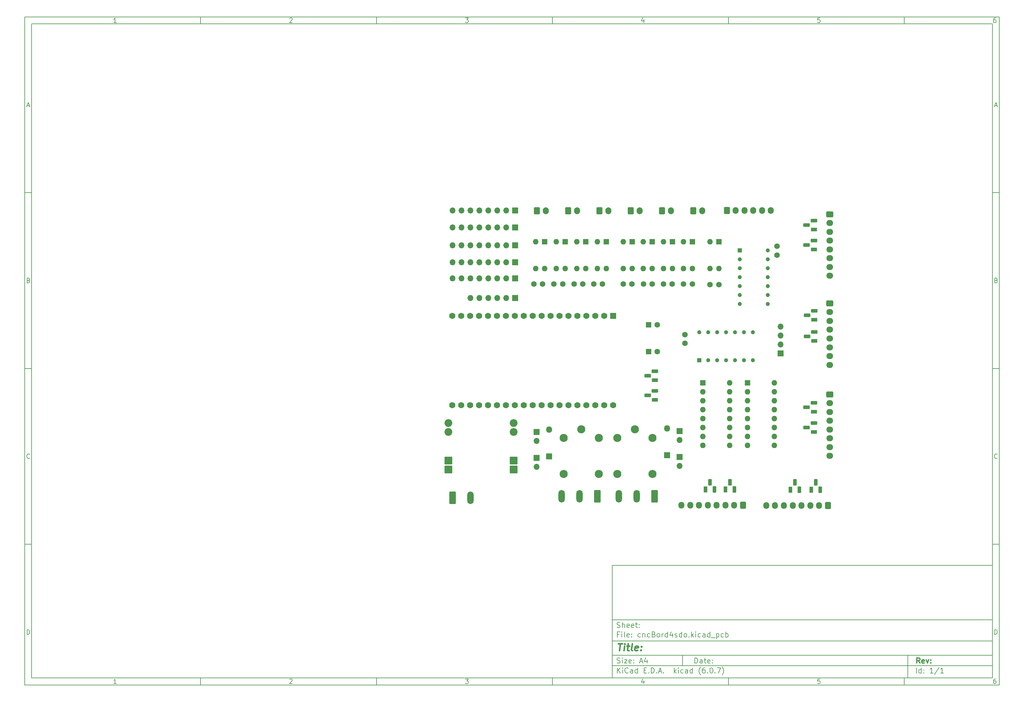
<source format=gbs>
G04 #@! TF.GenerationSoftware,KiCad,Pcbnew,(6.0.7)*
G04 #@! TF.CreationDate,2022-11-13T23:24:52+01:00*
G04 #@! TF.ProjectId,cncBord4sdo,636e6342-6f72-4643-9473-646f2e6b6963,rev?*
G04 #@! TF.SameCoordinates,Original*
G04 #@! TF.FileFunction,Soldermask,Bot*
G04 #@! TF.FilePolarity,Negative*
%FSLAX46Y46*%
G04 Gerber Fmt 4.6, Leading zero omitted, Abs format (unit mm)*
G04 Created by KiCad (PCBNEW (6.0.7)) date 2022-11-13 23:24:52*
%MOMM*%
%LPD*%
G01*
G04 APERTURE LIST*
G04 Aperture macros list*
%AMRoundRect*
0 Rectangle with rounded corners*
0 $1 Rounding radius*
0 $2 $3 $4 $5 $6 $7 $8 $9 X,Y pos of 4 corners*
0 Add a 4 corners polygon primitive as box body*
4,1,4,$2,$3,$4,$5,$6,$7,$8,$9,$2,$3,0*
0 Add four circle primitives for the rounded corners*
1,1,$1+$1,$2,$3*
1,1,$1+$1,$4,$5*
1,1,$1+$1,$6,$7*
1,1,$1+$1,$8,$9*
0 Add four rect primitives between the rounded corners*
20,1,$1+$1,$2,$3,$4,$5,0*
20,1,$1+$1,$4,$5,$6,$7,0*
20,1,$1+$1,$6,$7,$8,$9,0*
20,1,$1+$1,$8,$9,$2,$3,0*%
G04 Aperture macros list end*
%ADD10C,0.100000*%
%ADD11C,0.150000*%
%ADD12C,0.300000*%
%ADD13C,0.400000*%
%ADD14RoundRect,0.101600X-1.000000X-1.000000X1.000000X-1.000000X1.000000X1.000000X-1.000000X1.000000X0*%
%ADD15C,2.203200*%
%ADD16R,1.600000X1.600000*%
%ADD17C,1.600000*%
%ADD18R,1.800000X1.800000*%
%ADD19O,1.800000X1.800000*%
%ADD20RoundRect,0.250000X0.600000X0.725000X-0.600000X0.725000X-0.600000X-0.725000X0.600000X-0.725000X0*%
%ADD21O,1.700000X1.950000*%
%ADD22RoundRect,0.250000X-0.725000X0.600000X-0.725000X-0.600000X0.725000X-0.600000X0.725000X0.600000X0*%
%ADD23O,1.950000X1.700000*%
%ADD24R,1.700000X1.700000*%
%ADD25O,1.700000X1.700000*%
%ADD26RoundRect,0.250000X-0.650000X-1.550000X0.650000X-1.550000X0.650000X1.550000X-0.650000X1.550000X0*%
%ADD27O,1.800000X3.600000*%
%ADD28C,2.303200*%
%ADD29RoundRect,0.250000X0.650000X1.550000X-0.650000X1.550000X-0.650000X-1.550000X0.650000X-1.550000X0*%
%ADD30RoundRect,0.101600X-0.780000X0.780000X-0.780000X-0.780000X0.780000X-0.780000X0.780000X0.780000X0*%
%ADD31C,1.763200*%
%ADD32R,1.800000X1.100000*%
%ADD33RoundRect,0.275000X0.625000X-0.275000X0.625000X0.275000X-0.625000X0.275000X-0.625000X-0.275000X0*%
%ADD34O,1.600000X1.600000*%
%ADD35R,1.100000X1.800000*%
%ADD36RoundRect,0.275000X-0.275000X-0.625000X0.275000X-0.625000X0.275000X0.625000X-0.275000X0.625000X0*%
%ADD37R,1.170000X1.170000*%
%ADD38C,1.170000*%
%ADD39RoundRect,0.250000X-0.600000X-0.750000X0.600000X-0.750000X0.600000X0.750000X-0.600000X0.750000X0*%
%ADD40O,1.700000X2.000000*%
%ADD41RoundRect,0.250000X-0.600000X-0.725000X0.600000X-0.725000X0.600000X0.725000X-0.600000X0.725000X0*%
G04 APERTURE END LIST*
D10*
D11*
X177002200Y-166007200D02*
X177002200Y-198007200D01*
X285002200Y-198007200D01*
X285002200Y-166007200D01*
X177002200Y-166007200D01*
D10*
D11*
X10000000Y-10000000D02*
X10000000Y-200007200D01*
X287002200Y-200007200D01*
X287002200Y-10000000D01*
X10000000Y-10000000D01*
D10*
D11*
X12000000Y-12000000D02*
X12000000Y-198007200D01*
X285002200Y-198007200D01*
X285002200Y-12000000D01*
X12000000Y-12000000D01*
D10*
D11*
X60000000Y-12000000D02*
X60000000Y-10000000D01*
D10*
D11*
X110000000Y-12000000D02*
X110000000Y-10000000D01*
D10*
D11*
X160000000Y-12000000D02*
X160000000Y-10000000D01*
D10*
D11*
X210000000Y-12000000D02*
X210000000Y-10000000D01*
D10*
D11*
X260000000Y-12000000D02*
X260000000Y-10000000D01*
D10*
D11*
X36065476Y-11588095D02*
X35322619Y-11588095D01*
X35694047Y-11588095D02*
X35694047Y-10288095D01*
X35570238Y-10473809D01*
X35446428Y-10597619D01*
X35322619Y-10659523D01*
D10*
D11*
X85322619Y-10411904D02*
X85384523Y-10350000D01*
X85508333Y-10288095D01*
X85817857Y-10288095D01*
X85941666Y-10350000D01*
X86003571Y-10411904D01*
X86065476Y-10535714D01*
X86065476Y-10659523D01*
X86003571Y-10845238D01*
X85260714Y-11588095D01*
X86065476Y-11588095D01*
D10*
D11*
X135260714Y-10288095D02*
X136065476Y-10288095D01*
X135632142Y-10783333D01*
X135817857Y-10783333D01*
X135941666Y-10845238D01*
X136003571Y-10907142D01*
X136065476Y-11030952D01*
X136065476Y-11340476D01*
X136003571Y-11464285D01*
X135941666Y-11526190D01*
X135817857Y-11588095D01*
X135446428Y-11588095D01*
X135322619Y-11526190D01*
X135260714Y-11464285D01*
D10*
D11*
X185941666Y-10721428D02*
X185941666Y-11588095D01*
X185632142Y-10226190D02*
X185322619Y-11154761D01*
X186127380Y-11154761D01*
D10*
D11*
X236003571Y-10288095D02*
X235384523Y-10288095D01*
X235322619Y-10907142D01*
X235384523Y-10845238D01*
X235508333Y-10783333D01*
X235817857Y-10783333D01*
X235941666Y-10845238D01*
X236003571Y-10907142D01*
X236065476Y-11030952D01*
X236065476Y-11340476D01*
X236003571Y-11464285D01*
X235941666Y-11526190D01*
X235817857Y-11588095D01*
X235508333Y-11588095D01*
X235384523Y-11526190D01*
X235322619Y-11464285D01*
D10*
D11*
X285941666Y-10288095D02*
X285694047Y-10288095D01*
X285570238Y-10350000D01*
X285508333Y-10411904D01*
X285384523Y-10597619D01*
X285322619Y-10845238D01*
X285322619Y-11340476D01*
X285384523Y-11464285D01*
X285446428Y-11526190D01*
X285570238Y-11588095D01*
X285817857Y-11588095D01*
X285941666Y-11526190D01*
X286003571Y-11464285D01*
X286065476Y-11340476D01*
X286065476Y-11030952D01*
X286003571Y-10907142D01*
X285941666Y-10845238D01*
X285817857Y-10783333D01*
X285570238Y-10783333D01*
X285446428Y-10845238D01*
X285384523Y-10907142D01*
X285322619Y-11030952D01*
D10*
D11*
X60000000Y-198007200D02*
X60000000Y-200007200D01*
D10*
D11*
X110000000Y-198007200D02*
X110000000Y-200007200D01*
D10*
D11*
X160000000Y-198007200D02*
X160000000Y-200007200D01*
D10*
D11*
X210000000Y-198007200D02*
X210000000Y-200007200D01*
D10*
D11*
X260000000Y-198007200D02*
X260000000Y-200007200D01*
D10*
D11*
X36065476Y-199595295D02*
X35322619Y-199595295D01*
X35694047Y-199595295D02*
X35694047Y-198295295D01*
X35570238Y-198481009D01*
X35446428Y-198604819D01*
X35322619Y-198666723D01*
D10*
D11*
X85322619Y-198419104D02*
X85384523Y-198357200D01*
X85508333Y-198295295D01*
X85817857Y-198295295D01*
X85941666Y-198357200D01*
X86003571Y-198419104D01*
X86065476Y-198542914D01*
X86065476Y-198666723D01*
X86003571Y-198852438D01*
X85260714Y-199595295D01*
X86065476Y-199595295D01*
D10*
D11*
X135260714Y-198295295D02*
X136065476Y-198295295D01*
X135632142Y-198790533D01*
X135817857Y-198790533D01*
X135941666Y-198852438D01*
X136003571Y-198914342D01*
X136065476Y-199038152D01*
X136065476Y-199347676D01*
X136003571Y-199471485D01*
X135941666Y-199533390D01*
X135817857Y-199595295D01*
X135446428Y-199595295D01*
X135322619Y-199533390D01*
X135260714Y-199471485D01*
D10*
D11*
X185941666Y-198728628D02*
X185941666Y-199595295D01*
X185632142Y-198233390D02*
X185322619Y-199161961D01*
X186127380Y-199161961D01*
D10*
D11*
X236003571Y-198295295D02*
X235384523Y-198295295D01*
X235322619Y-198914342D01*
X235384523Y-198852438D01*
X235508333Y-198790533D01*
X235817857Y-198790533D01*
X235941666Y-198852438D01*
X236003571Y-198914342D01*
X236065476Y-199038152D01*
X236065476Y-199347676D01*
X236003571Y-199471485D01*
X235941666Y-199533390D01*
X235817857Y-199595295D01*
X235508333Y-199595295D01*
X235384523Y-199533390D01*
X235322619Y-199471485D01*
D10*
D11*
X285941666Y-198295295D02*
X285694047Y-198295295D01*
X285570238Y-198357200D01*
X285508333Y-198419104D01*
X285384523Y-198604819D01*
X285322619Y-198852438D01*
X285322619Y-199347676D01*
X285384523Y-199471485D01*
X285446428Y-199533390D01*
X285570238Y-199595295D01*
X285817857Y-199595295D01*
X285941666Y-199533390D01*
X286003571Y-199471485D01*
X286065476Y-199347676D01*
X286065476Y-199038152D01*
X286003571Y-198914342D01*
X285941666Y-198852438D01*
X285817857Y-198790533D01*
X285570238Y-198790533D01*
X285446428Y-198852438D01*
X285384523Y-198914342D01*
X285322619Y-199038152D01*
D10*
D11*
X10000000Y-60000000D02*
X12000000Y-60000000D01*
D10*
D11*
X10000000Y-110000000D02*
X12000000Y-110000000D01*
D10*
D11*
X10000000Y-160000000D02*
X12000000Y-160000000D01*
D10*
D11*
X10690476Y-35216666D02*
X11309523Y-35216666D01*
X10566666Y-35588095D02*
X11000000Y-34288095D01*
X11433333Y-35588095D01*
D10*
D11*
X11092857Y-84907142D02*
X11278571Y-84969047D01*
X11340476Y-85030952D01*
X11402380Y-85154761D01*
X11402380Y-85340476D01*
X11340476Y-85464285D01*
X11278571Y-85526190D01*
X11154761Y-85588095D01*
X10659523Y-85588095D01*
X10659523Y-84288095D01*
X11092857Y-84288095D01*
X11216666Y-84350000D01*
X11278571Y-84411904D01*
X11340476Y-84535714D01*
X11340476Y-84659523D01*
X11278571Y-84783333D01*
X11216666Y-84845238D01*
X11092857Y-84907142D01*
X10659523Y-84907142D01*
D10*
D11*
X11402380Y-135464285D02*
X11340476Y-135526190D01*
X11154761Y-135588095D01*
X11030952Y-135588095D01*
X10845238Y-135526190D01*
X10721428Y-135402380D01*
X10659523Y-135278571D01*
X10597619Y-135030952D01*
X10597619Y-134845238D01*
X10659523Y-134597619D01*
X10721428Y-134473809D01*
X10845238Y-134350000D01*
X11030952Y-134288095D01*
X11154761Y-134288095D01*
X11340476Y-134350000D01*
X11402380Y-134411904D01*
D10*
D11*
X10659523Y-185588095D02*
X10659523Y-184288095D01*
X10969047Y-184288095D01*
X11154761Y-184350000D01*
X11278571Y-184473809D01*
X11340476Y-184597619D01*
X11402380Y-184845238D01*
X11402380Y-185030952D01*
X11340476Y-185278571D01*
X11278571Y-185402380D01*
X11154761Y-185526190D01*
X10969047Y-185588095D01*
X10659523Y-185588095D01*
D10*
D11*
X287002200Y-60000000D02*
X285002200Y-60000000D01*
D10*
D11*
X287002200Y-110000000D02*
X285002200Y-110000000D01*
D10*
D11*
X287002200Y-160000000D02*
X285002200Y-160000000D01*
D10*
D11*
X285692676Y-35216666D02*
X286311723Y-35216666D01*
X285568866Y-35588095D02*
X286002200Y-34288095D01*
X286435533Y-35588095D01*
D10*
D11*
X286095057Y-84907142D02*
X286280771Y-84969047D01*
X286342676Y-85030952D01*
X286404580Y-85154761D01*
X286404580Y-85340476D01*
X286342676Y-85464285D01*
X286280771Y-85526190D01*
X286156961Y-85588095D01*
X285661723Y-85588095D01*
X285661723Y-84288095D01*
X286095057Y-84288095D01*
X286218866Y-84350000D01*
X286280771Y-84411904D01*
X286342676Y-84535714D01*
X286342676Y-84659523D01*
X286280771Y-84783333D01*
X286218866Y-84845238D01*
X286095057Y-84907142D01*
X285661723Y-84907142D01*
D10*
D11*
X286404580Y-135464285D02*
X286342676Y-135526190D01*
X286156961Y-135588095D01*
X286033152Y-135588095D01*
X285847438Y-135526190D01*
X285723628Y-135402380D01*
X285661723Y-135278571D01*
X285599819Y-135030952D01*
X285599819Y-134845238D01*
X285661723Y-134597619D01*
X285723628Y-134473809D01*
X285847438Y-134350000D01*
X286033152Y-134288095D01*
X286156961Y-134288095D01*
X286342676Y-134350000D01*
X286404580Y-134411904D01*
D10*
D11*
X285661723Y-185588095D02*
X285661723Y-184288095D01*
X285971247Y-184288095D01*
X286156961Y-184350000D01*
X286280771Y-184473809D01*
X286342676Y-184597619D01*
X286404580Y-184845238D01*
X286404580Y-185030952D01*
X286342676Y-185278571D01*
X286280771Y-185402380D01*
X286156961Y-185526190D01*
X285971247Y-185588095D01*
X285661723Y-185588095D01*
D10*
D11*
X200434342Y-193785771D02*
X200434342Y-192285771D01*
X200791485Y-192285771D01*
X201005771Y-192357200D01*
X201148628Y-192500057D01*
X201220057Y-192642914D01*
X201291485Y-192928628D01*
X201291485Y-193142914D01*
X201220057Y-193428628D01*
X201148628Y-193571485D01*
X201005771Y-193714342D01*
X200791485Y-193785771D01*
X200434342Y-193785771D01*
X202577200Y-193785771D02*
X202577200Y-193000057D01*
X202505771Y-192857200D01*
X202362914Y-192785771D01*
X202077200Y-192785771D01*
X201934342Y-192857200D01*
X202577200Y-193714342D02*
X202434342Y-193785771D01*
X202077200Y-193785771D01*
X201934342Y-193714342D01*
X201862914Y-193571485D01*
X201862914Y-193428628D01*
X201934342Y-193285771D01*
X202077200Y-193214342D01*
X202434342Y-193214342D01*
X202577200Y-193142914D01*
X203077200Y-192785771D02*
X203648628Y-192785771D01*
X203291485Y-192285771D02*
X203291485Y-193571485D01*
X203362914Y-193714342D01*
X203505771Y-193785771D01*
X203648628Y-193785771D01*
X204720057Y-193714342D02*
X204577200Y-193785771D01*
X204291485Y-193785771D01*
X204148628Y-193714342D01*
X204077200Y-193571485D01*
X204077200Y-193000057D01*
X204148628Y-192857200D01*
X204291485Y-192785771D01*
X204577200Y-192785771D01*
X204720057Y-192857200D01*
X204791485Y-193000057D01*
X204791485Y-193142914D01*
X204077200Y-193285771D01*
X205434342Y-193642914D02*
X205505771Y-193714342D01*
X205434342Y-193785771D01*
X205362914Y-193714342D01*
X205434342Y-193642914D01*
X205434342Y-193785771D01*
X205434342Y-192857200D02*
X205505771Y-192928628D01*
X205434342Y-193000057D01*
X205362914Y-192928628D01*
X205434342Y-192857200D01*
X205434342Y-193000057D01*
D10*
D11*
X177002200Y-194507200D02*
X285002200Y-194507200D01*
D10*
D11*
X178434342Y-196585771D02*
X178434342Y-195085771D01*
X179291485Y-196585771D02*
X178648628Y-195728628D01*
X179291485Y-195085771D02*
X178434342Y-195942914D01*
X179934342Y-196585771D02*
X179934342Y-195585771D01*
X179934342Y-195085771D02*
X179862914Y-195157200D01*
X179934342Y-195228628D01*
X180005771Y-195157200D01*
X179934342Y-195085771D01*
X179934342Y-195228628D01*
X181505771Y-196442914D02*
X181434342Y-196514342D01*
X181220057Y-196585771D01*
X181077200Y-196585771D01*
X180862914Y-196514342D01*
X180720057Y-196371485D01*
X180648628Y-196228628D01*
X180577200Y-195942914D01*
X180577200Y-195728628D01*
X180648628Y-195442914D01*
X180720057Y-195300057D01*
X180862914Y-195157200D01*
X181077200Y-195085771D01*
X181220057Y-195085771D01*
X181434342Y-195157200D01*
X181505771Y-195228628D01*
X182791485Y-196585771D02*
X182791485Y-195800057D01*
X182720057Y-195657200D01*
X182577200Y-195585771D01*
X182291485Y-195585771D01*
X182148628Y-195657200D01*
X182791485Y-196514342D02*
X182648628Y-196585771D01*
X182291485Y-196585771D01*
X182148628Y-196514342D01*
X182077200Y-196371485D01*
X182077200Y-196228628D01*
X182148628Y-196085771D01*
X182291485Y-196014342D01*
X182648628Y-196014342D01*
X182791485Y-195942914D01*
X184148628Y-196585771D02*
X184148628Y-195085771D01*
X184148628Y-196514342D02*
X184005771Y-196585771D01*
X183720057Y-196585771D01*
X183577200Y-196514342D01*
X183505771Y-196442914D01*
X183434342Y-196300057D01*
X183434342Y-195871485D01*
X183505771Y-195728628D01*
X183577200Y-195657200D01*
X183720057Y-195585771D01*
X184005771Y-195585771D01*
X184148628Y-195657200D01*
X186005771Y-195800057D02*
X186505771Y-195800057D01*
X186720057Y-196585771D02*
X186005771Y-196585771D01*
X186005771Y-195085771D01*
X186720057Y-195085771D01*
X187362914Y-196442914D02*
X187434342Y-196514342D01*
X187362914Y-196585771D01*
X187291485Y-196514342D01*
X187362914Y-196442914D01*
X187362914Y-196585771D01*
X188077200Y-196585771D02*
X188077200Y-195085771D01*
X188434342Y-195085771D01*
X188648628Y-195157200D01*
X188791485Y-195300057D01*
X188862914Y-195442914D01*
X188934342Y-195728628D01*
X188934342Y-195942914D01*
X188862914Y-196228628D01*
X188791485Y-196371485D01*
X188648628Y-196514342D01*
X188434342Y-196585771D01*
X188077200Y-196585771D01*
X189577200Y-196442914D02*
X189648628Y-196514342D01*
X189577200Y-196585771D01*
X189505771Y-196514342D01*
X189577200Y-196442914D01*
X189577200Y-196585771D01*
X190220057Y-196157200D02*
X190934342Y-196157200D01*
X190077200Y-196585771D02*
X190577200Y-195085771D01*
X191077200Y-196585771D01*
X191577200Y-196442914D02*
X191648628Y-196514342D01*
X191577200Y-196585771D01*
X191505771Y-196514342D01*
X191577200Y-196442914D01*
X191577200Y-196585771D01*
X194577200Y-196585771D02*
X194577200Y-195085771D01*
X194720057Y-196014342D02*
X195148628Y-196585771D01*
X195148628Y-195585771D02*
X194577200Y-196157200D01*
X195791485Y-196585771D02*
X195791485Y-195585771D01*
X195791485Y-195085771D02*
X195720057Y-195157200D01*
X195791485Y-195228628D01*
X195862914Y-195157200D01*
X195791485Y-195085771D01*
X195791485Y-195228628D01*
X197148628Y-196514342D02*
X197005771Y-196585771D01*
X196720057Y-196585771D01*
X196577200Y-196514342D01*
X196505771Y-196442914D01*
X196434342Y-196300057D01*
X196434342Y-195871485D01*
X196505771Y-195728628D01*
X196577200Y-195657200D01*
X196720057Y-195585771D01*
X197005771Y-195585771D01*
X197148628Y-195657200D01*
X198434342Y-196585771D02*
X198434342Y-195800057D01*
X198362914Y-195657200D01*
X198220057Y-195585771D01*
X197934342Y-195585771D01*
X197791485Y-195657200D01*
X198434342Y-196514342D02*
X198291485Y-196585771D01*
X197934342Y-196585771D01*
X197791485Y-196514342D01*
X197720057Y-196371485D01*
X197720057Y-196228628D01*
X197791485Y-196085771D01*
X197934342Y-196014342D01*
X198291485Y-196014342D01*
X198434342Y-195942914D01*
X199791485Y-196585771D02*
X199791485Y-195085771D01*
X199791485Y-196514342D02*
X199648628Y-196585771D01*
X199362914Y-196585771D01*
X199220057Y-196514342D01*
X199148628Y-196442914D01*
X199077200Y-196300057D01*
X199077200Y-195871485D01*
X199148628Y-195728628D01*
X199220057Y-195657200D01*
X199362914Y-195585771D01*
X199648628Y-195585771D01*
X199791485Y-195657200D01*
X202077200Y-197157200D02*
X202005771Y-197085771D01*
X201862914Y-196871485D01*
X201791485Y-196728628D01*
X201720057Y-196514342D01*
X201648628Y-196157200D01*
X201648628Y-195871485D01*
X201720057Y-195514342D01*
X201791485Y-195300057D01*
X201862914Y-195157200D01*
X202005771Y-194942914D01*
X202077200Y-194871485D01*
X203291485Y-195085771D02*
X203005771Y-195085771D01*
X202862914Y-195157200D01*
X202791485Y-195228628D01*
X202648628Y-195442914D01*
X202577200Y-195728628D01*
X202577200Y-196300057D01*
X202648628Y-196442914D01*
X202720057Y-196514342D01*
X202862914Y-196585771D01*
X203148628Y-196585771D01*
X203291485Y-196514342D01*
X203362914Y-196442914D01*
X203434342Y-196300057D01*
X203434342Y-195942914D01*
X203362914Y-195800057D01*
X203291485Y-195728628D01*
X203148628Y-195657200D01*
X202862914Y-195657200D01*
X202720057Y-195728628D01*
X202648628Y-195800057D01*
X202577200Y-195942914D01*
X204077200Y-196442914D02*
X204148628Y-196514342D01*
X204077200Y-196585771D01*
X204005771Y-196514342D01*
X204077200Y-196442914D01*
X204077200Y-196585771D01*
X205077200Y-195085771D02*
X205220057Y-195085771D01*
X205362914Y-195157200D01*
X205434342Y-195228628D01*
X205505771Y-195371485D01*
X205577200Y-195657200D01*
X205577200Y-196014342D01*
X205505771Y-196300057D01*
X205434342Y-196442914D01*
X205362914Y-196514342D01*
X205220057Y-196585771D01*
X205077200Y-196585771D01*
X204934342Y-196514342D01*
X204862914Y-196442914D01*
X204791485Y-196300057D01*
X204720057Y-196014342D01*
X204720057Y-195657200D01*
X204791485Y-195371485D01*
X204862914Y-195228628D01*
X204934342Y-195157200D01*
X205077200Y-195085771D01*
X206220057Y-196442914D02*
X206291485Y-196514342D01*
X206220057Y-196585771D01*
X206148628Y-196514342D01*
X206220057Y-196442914D01*
X206220057Y-196585771D01*
X206791485Y-195085771D02*
X207791485Y-195085771D01*
X207148628Y-196585771D01*
X208220057Y-197157200D02*
X208291485Y-197085771D01*
X208434342Y-196871485D01*
X208505771Y-196728628D01*
X208577200Y-196514342D01*
X208648628Y-196157200D01*
X208648628Y-195871485D01*
X208577200Y-195514342D01*
X208505771Y-195300057D01*
X208434342Y-195157200D01*
X208291485Y-194942914D01*
X208220057Y-194871485D01*
D10*
D11*
X177002200Y-191507200D02*
X285002200Y-191507200D01*
D10*
D12*
X264411485Y-193785771D02*
X263911485Y-193071485D01*
X263554342Y-193785771D02*
X263554342Y-192285771D01*
X264125771Y-192285771D01*
X264268628Y-192357200D01*
X264340057Y-192428628D01*
X264411485Y-192571485D01*
X264411485Y-192785771D01*
X264340057Y-192928628D01*
X264268628Y-193000057D01*
X264125771Y-193071485D01*
X263554342Y-193071485D01*
X265625771Y-193714342D02*
X265482914Y-193785771D01*
X265197200Y-193785771D01*
X265054342Y-193714342D01*
X264982914Y-193571485D01*
X264982914Y-193000057D01*
X265054342Y-192857200D01*
X265197200Y-192785771D01*
X265482914Y-192785771D01*
X265625771Y-192857200D01*
X265697200Y-193000057D01*
X265697200Y-193142914D01*
X264982914Y-193285771D01*
X266197200Y-192785771D02*
X266554342Y-193785771D01*
X266911485Y-192785771D01*
X267482914Y-193642914D02*
X267554342Y-193714342D01*
X267482914Y-193785771D01*
X267411485Y-193714342D01*
X267482914Y-193642914D01*
X267482914Y-193785771D01*
X267482914Y-192857200D02*
X267554342Y-192928628D01*
X267482914Y-193000057D01*
X267411485Y-192928628D01*
X267482914Y-192857200D01*
X267482914Y-193000057D01*
D10*
D11*
X178362914Y-193714342D02*
X178577200Y-193785771D01*
X178934342Y-193785771D01*
X179077200Y-193714342D01*
X179148628Y-193642914D01*
X179220057Y-193500057D01*
X179220057Y-193357200D01*
X179148628Y-193214342D01*
X179077200Y-193142914D01*
X178934342Y-193071485D01*
X178648628Y-193000057D01*
X178505771Y-192928628D01*
X178434342Y-192857200D01*
X178362914Y-192714342D01*
X178362914Y-192571485D01*
X178434342Y-192428628D01*
X178505771Y-192357200D01*
X178648628Y-192285771D01*
X179005771Y-192285771D01*
X179220057Y-192357200D01*
X179862914Y-193785771D02*
X179862914Y-192785771D01*
X179862914Y-192285771D02*
X179791485Y-192357200D01*
X179862914Y-192428628D01*
X179934342Y-192357200D01*
X179862914Y-192285771D01*
X179862914Y-192428628D01*
X180434342Y-192785771D02*
X181220057Y-192785771D01*
X180434342Y-193785771D01*
X181220057Y-193785771D01*
X182362914Y-193714342D02*
X182220057Y-193785771D01*
X181934342Y-193785771D01*
X181791485Y-193714342D01*
X181720057Y-193571485D01*
X181720057Y-193000057D01*
X181791485Y-192857200D01*
X181934342Y-192785771D01*
X182220057Y-192785771D01*
X182362914Y-192857200D01*
X182434342Y-193000057D01*
X182434342Y-193142914D01*
X181720057Y-193285771D01*
X183077200Y-193642914D02*
X183148628Y-193714342D01*
X183077200Y-193785771D01*
X183005771Y-193714342D01*
X183077200Y-193642914D01*
X183077200Y-193785771D01*
X183077200Y-192857200D02*
X183148628Y-192928628D01*
X183077200Y-193000057D01*
X183005771Y-192928628D01*
X183077200Y-192857200D01*
X183077200Y-193000057D01*
X184862914Y-193357200D02*
X185577200Y-193357200D01*
X184720057Y-193785771D02*
X185220057Y-192285771D01*
X185720057Y-193785771D01*
X186862914Y-192785771D02*
X186862914Y-193785771D01*
X186505771Y-192214342D02*
X186148628Y-193285771D01*
X187077200Y-193285771D01*
D10*
D11*
X263434342Y-196585771D02*
X263434342Y-195085771D01*
X264791485Y-196585771D02*
X264791485Y-195085771D01*
X264791485Y-196514342D02*
X264648628Y-196585771D01*
X264362914Y-196585771D01*
X264220057Y-196514342D01*
X264148628Y-196442914D01*
X264077200Y-196300057D01*
X264077200Y-195871485D01*
X264148628Y-195728628D01*
X264220057Y-195657200D01*
X264362914Y-195585771D01*
X264648628Y-195585771D01*
X264791485Y-195657200D01*
X265505771Y-196442914D02*
X265577200Y-196514342D01*
X265505771Y-196585771D01*
X265434342Y-196514342D01*
X265505771Y-196442914D01*
X265505771Y-196585771D01*
X265505771Y-195657200D02*
X265577200Y-195728628D01*
X265505771Y-195800057D01*
X265434342Y-195728628D01*
X265505771Y-195657200D01*
X265505771Y-195800057D01*
X268148628Y-196585771D02*
X267291485Y-196585771D01*
X267720057Y-196585771D02*
X267720057Y-195085771D01*
X267577200Y-195300057D01*
X267434342Y-195442914D01*
X267291485Y-195514342D01*
X269862914Y-195014342D02*
X268577200Y-196942914D01*
X271148628Y-196585771D02*
X270291485Y-196585771D01*
X270720057Y-196585771D02*
X270720057Y-195085771D01*
X270577200Y-195300057D01*
X270434342Y-195442914D01*
X270291485Y-195514342D01*
D10*
D11*
X177002200Y-187507200D02*
X285002200Y-187507200D01*
D10*
D13*
X178714580Y-188211961D02*
X179857438Y-188211961D01*
X179036009Y-190211961D02*
X179286009Y-188211961D01*
X180274104Y-190211961D02*
X180440771Y-188878628D01*
X180524104Y-188211961D02*
X180416961Y-188307200D01*
X180500295Y-188402438D01*
X180607438Y-188307200D01*
X180524104Y-188211961D01*
X180500295Y-188402438D01*
X181107438Y-188878628D02*
X181869342Y-188878628D01*
X181476485Y-188211961D02*
X181262200Y-189926247D01*
X181333628Y-190116723D01*
X181512200Y-190211961D01*
X181702676Y-190211961D01*
X182655057Y-190211961D02*
X182476485Y-190116723D01*
X182405057Y-189926247D01*
X182619342Y-188211961D01*
X184190771Y-190116723D02*
X183988390Y-190211961D01*
X183607438Y-190211961D01*
X183428866Y-190116723D01*
X183357438Y-189926247D01*
X183452676Y-189164342D01*
X183571723Y-188973866D01*
X183774104Y-188878628D01*
X184155057Y-188878628D01*
X184333628Y-188973866D01*
X184405057Y-189164342D01*
X184381247Y-189354819D01*
X183405057Y-189545295D01*
X185155057Y-190021485D02*
X185238390Y-190116723D01*
X185131247Y-190211961D01*
X185047914Y-190116723D01*
X185155057Y-190021485D01*
X185131247Y-190211961D01*
X185286009Y-188973866D02*
X185369342Y-189069104D01*
X185262200Y-189164342D01*
X185178866Y-189069104D01*
X185286009Y-188973866D01*
X185262200Y-189164342D01*
D10*
D11*
X178934342Y-185600057D02*
X178434342Y-185600057D01*
X178434342Y-186385771D02*
X178434342Y-184885771D01*
X179148628Y-184885771D01*
X179720057Y-186385771D02*
X179720057Y-185385771D01*
X179720057Y-184885771D02*
X179648628Y-184957200D01*
X179720057Y-185028628D01*
X179791485Y-184957200D01*
X179720057Y-184885771D01*
X179720057Y-185028628D01*
X180648628Y-186385771D02*
X180505771Y-186314342D01*
X180434342Y-186171485D01*
X180434342Y-184885771D01*
X181791485Y-186314342D02*
X181648628Y-186385771D01*
X181362914Y-186385771D01*
X181220057Y-186314342D01*
X181148628Y-186171485D01*
X181148628Y-185600057D01*
X181220057Y-185457200D01*
X181362914Y-185385771D01*
X181648628Y-185385771D01*
X181791485Y-185457200D01*
X181862914Y-185600057D01*
X181862914Y-185742914D01*
X181148628Y-185885771D01*
X182505771Y-186242914D02*
X182577200Y-186314342D01*
X182505771Y-186385771D01*
X182434342Y-186314342D01*
X182505771Y-186242914D01*
X182505771Y-186385771D01*
X182505771Y-185457200D02*
X182577200Y-185528628D01*
X182505771Y-185600057D01*
X182434342Y-185528628D01*
X182505771Y-185457200D01*
X182505771Y-185600057D01*
X185005771Y-186314342D02*
X184862914Y-186385771D01*
X184577200Y-186385771D01*
X184434342Y-186314342D01*
X184362914Y-186242914D01*
X184291485Y-186100057D01*
X184291485Y-185671485D01*
X184362914Y-185528628D01*
X184434342Y-185457200D01*
X184577200Y-185385771D01*
X184862914Y-185385771D01*
X185005771Y-185457200D01*
X185648628Y-185385771D02*
X185648628Y-186385771D01*
X185648628Y-185528628D02*
X185720057Y-185457200D01*
X185862914Y-185385771D01*
X186077200Y-185385771D01*
X186220057Y-185457200D01*
X186291485Y-185600057D01*
X186291485Y-186385771D01*
X187648628Y-186314342D02*
X187505771Y-186385771D01*
X187220057Y-186385771D01*
X187077200Y-186314342D01*
X187005771Y-186242914D01*
X186934342Y-186100057D01*
X186934342Y-185671485D01*
X187005771Y-185528628D01*
X187077200Y-185457200D01*
X187220057Y-185385771D01*
X187505771Y-185385771D01*
X187648628Y-185457200D01*
X188791485Y-185600057D02*
X189005771Y-185671485D01*
X189077200Y-185742914D01*
X189148628Y-185885771D01*
X189148628Y-186100057D01*
X189077200Y-186242914D01*
X189005771Y-186314342D01*
X188862914Y-186385771D01*
X188291485Y-186385771D01*
X188291485Y-184885771D01*
X188791485Y-184885771D01*
X188934342Y-184957200D01*
X189005771Y-185028628D01*
X189077200Y-185171485D01*
X189077200Y-185314342D01*
X189005771Y-185457200D01*
X188934342Y-185528628D01*
X188791485Y-185600057D01*
X188291485Y-185600057D01*
X190005771Y-186385771D02*
X189862914Y-186314342D01*
X189791485Y-186242914D01*
X189720057Y-186100057D01*
X189720057Y-185671485D01*
X189791485Y-185528628D01*
X189862914Y-185457200D01*
X190005771Y-185385771D01*
X190220057Y-185385771D01*
X190362914Y-185457200D01*
X190434342Y-185528628D01*
X190505771Y-185671485D01*
X190505771Y-186100057D01*
X190434342Y-186242914D01*
X190362914Y-186314342D01*
X190220057Y-186385771D01*
X190005771Y-186385771D01*
X191148628Y-186385771D02*
X191148628Y-185385771D01*
X191148628Y-185671485D02*
X191220057Y-185528628D01*
X191291485Y-185457200D01*
X191434342Y-185385771D01*
X191577200Y-185385771D01*
X192720057Y-186385771D02*
X192720057Y-184885771D01*
X192720057Y-186314342D02*
X192577200Y-186385771D01*
X192291485Y-186385771D01*
X192148628Y-186314342D01*
X192077200Y-186242914D01*
X192005771Y-186100057D01*
X192005771Y-185671485D01*
X192077200Y-185528628D01*
X192148628Y-185457200D01*
X192291485Y-185385771D01*
X192577200Y-185385771D01*
X192720057Y-185457200D01*
X194077200Y-185385771D02*
X194077200Y-186385771D01*
X193720057Y-184814342D02*
X193362914Y-185885771D01*
X194291485Y-185885771D01*
X194791485Y-186314342D02*
X194934342Y-186385771D01*
X195220057Y-186385771D01*
X195362914Y-186314342D01*
X195434342Y-186171485D01*
X195434342Y-186100057D01*
X195362914Y-185957200D01*
X195220057Y-185885771D01*
X195005771Y-185885771D01*
X194862914Y-185814342D01*
X194791485Y-185671485D01*
X194791485Y-185600057D01*
X194862914Y-185457200D01*
X195005771Y-185385771D01*
X195220057Y-185385771D01*
X195362914Y-185457200D01*
X196720057Y-186385771D02*
X196720057Y-184885771D01*
X196720057Y-186314342D02*
X196577200Y-186385771D01*
X196291485Y-186385771D01*
X196148628Y-186314342D01*
X196077200Y-186242914D01*
X196005771Y-186100057D01*
X196005771Y-185671485D01*
X196077200Y-185528628D01*
X196148628Y-185457200D01*
X196291485Y-185385771D01*
X196577200Y-185385771D01*
X196720057Y-185457200D01*
X197648628Y-186385771D02*
X197505771Y-186314342D01*
X197434342Y-186242914D01*
X197362914Y-186100057D01*
X197362914Y-185671485D01*
X197434342Y-185528628D01*
X197505771Y-185457200D01*
X197648628Y-185385771D01*
X197862914Y-185385771D01*
X198005771Y-185457200D01*
X198077200Y-185528628D01*
X198148628Y-185671485D01*
X198148628Y-186100057D01*
X198077200Y-186242914D01*
X198005771Y-186314342D01*
X197862914Y-186385771D01*
X197648628Y-186385771D01*
X198791485Y-186242914D02*
X198862914Y-186314342D01*
X198791485Y-186385771D01*
X198720057Y-186314342D01*
X198791485Y-186242914D01*
X198791485Y-186385771D01*
X199505771Y-186385771D02*
X199505771Y-184885771D01*
X199648628Y-185814342D02*
X200077200Y-186385771D01*
X200077200Y-185385771D02*
X199505771Y-185957200D01*
X200720057Y-186385771D02*
X200720057Y-185385771D01*
X200720057Y-184885771D02*
X200648628Y-184957200D01*
X200720057Y-185028628D01*
X200791485Y-184957200D01*
X200720057Y-184885771D01*
X200720057Y-185028628D01*
X202077200Y-186314342D02*
X201934342Y-186385771D01*
X201648628Y-186385771D01*
X201505771Y-186314342D01*
X201434342Y-186242914D01*
X201362914Y-186100057D01*
X201362914Y-185671485D01*
X201434342Y-185528628D01*
X201505771Y-185457200D01*
X201648628Y-185385771D01*
X201934342Y-185385771D01*
X202077200Y-185457200D01*
X203362914Y-186385771D02*
X203362914Y-185600057D01*
X203291485Y-185457200D01*
X203148628Y-185385771D01*
X202862914Y-185385771D01*
X202720057Y-185457200D01*
X203362914Y-186314342D02*
X203220057Y-186385771D01*
X202862914Y-186385771D01*
X202720057Y-186314342D01*
X202648628Y-186171485D01*
X202648628Y-186028628D01*
X202720057Y-185885771D01*
X202862914Y-185814342D01*
X203220057Y-185814342D01*
X203362914Y-185742914D01*
X204720057Y-186385771D02*
X204720057Y-184885771D01*
X204720057Y-186314342D02*
X204577200Y-186385771D01*
X204291485Y-186385771D01*
X204148628Y-186314342D01*
X204077200Y-186242914D01*
X204005771Y-186100057D01*
X204005771Y-185671485D01*
X204077200Y-185528628D01*
X204148628Y-185457200D01*
X204291485Y-185385771D01*
X204577200Y-185385771D01*
X204720057Y-185457200D01*
X205077200Y-186528628D02*
X206220057Y-186528628D01*
X206577200Y-185385771D02*
X206577200Y-186885771D01*
X206577200Y-185457200D02*
X206720057Y-185385771D01*
X207005771Y-185385771D01*
X207148628Y-185457200D01*
X207220057Y-185528628D01*
X207291485Y-185671485D01*
X207291485Y-186100057D01*
X207220057Y-186242914D01*
X207148628Y-186314342D01*
X207005771Y-186385771D01*
X206720057Y-186385771D01*
X206577200Y-186314342D01*
X208577200Y-186314342D02*
X208434342Y-186385771D01*
X208148628Y-186385771D01*
X208005771Y-186314342D01*
X207934342Y-186242914D01*
X207862914Y-186100057D01*
X207862914Y-185671485D01*
X207934342Y-185528628D01*
X208005771Y-185457200D01*
X208148628Y-185385771D01*
X208434342Y-185385771D01*
X208577200Y-185457200D01*
X209220057Y-186385771D02*
X209220057Y-184885771D01*
X209220057Y-185457200D02*
X209362914Y-185385771D01*
X209648628Y-185385771D01*
X209791485Y-185457200D01*
X209862914Y-185528628D01*
X209934342Y-185671485D01*
X209934342Y-186100057D01*
X209862914Y-186242914D01*
X209791485Y-186314342D01*
X209648628Y-186385771D01*
X209362914Y-186385771D01*
X209220057Y-186314342D01*
D10*
D11*
X177002200Y-181507200D02*
X285002200Y-181507200D01*
D10*
D11*
X178362914Y-183614342D02*
X178577200Y-183685771D01*
X178934342Y-183685771D01*
X179077200Y-183614342D01*
X179148628Y-183542914D01*
X179220057Y-183400057D01*
X179220057Y-183257200D01*
X179148628Y-183114342D01*
X179077200Y-183042914D01*
X178934342Y-182971485D01*
X178648628Y-182900057D01*
X178505771Y-182828628D01*
X178434342Y-182757200D01*
X178362914Y-182614342D01*
X178362914Y-182471485D01*
X178434342Y-182328628D01*
X178505771Y-182257200D01*
X178648628Y-182185771D01*
X179005771Y-182185771D01*
X179220057Y-182257200D01*
X179862914Y-183685771D02*
X179862914Y-182185771D01*
X180505771Y-183685771D02*
X180505771Y-182900057D01*
X180434342Y-182757200D01*
X180291485Y-182685771D01*
X180077200Y-182685771D01*
X179934342Y-182757200D01*
X179862914Y-182828628D01*
X181791485Y-183614342D02*
X181648628Y-183685771D01*
X181362914Y-183685771D01*
X181220057Y-183614342D01*
X181148628Y-183471485D01*
X181148628Y-182900057D01*
X181220057Y-182757200D01*
X181362914Y-182685771D01*
X181648628Y-182685771D01*
X181791485Y-182757200D01*
X181862914Y-182900057D01*
X181862914Y-183042914D01*
X181148628Y-183185771D01*
X183077200Y-183614342D02*
X182934342Y-183685771D01*
X182648628Y-183685771D01*
X182505771Y-183614342D01*
X182434342Y-183471485D01*
X182434342Y-182900057D01*
X182505771Y-182757200D01*
X182648628Y-182685771D01*
X182934342Y-182685771D01*
X183077200Y-182757200D01*
X183148628Y-182900057D01*
X183148628Y-183042914D01*
X182434342Y-183185771D01*
X183577200Y-182685771D02*
X184148628Y-182685771D01*
X183791485Y-182185771D02*
X183791485Y-183471485D01*
X183862914Y-183614342D01*
X184005771Y-183685771D01*
X184148628Y-183685771D01*
X184648628Y-183542914D02*
X184720057Y-183614342D01*
X184648628Y-183685771D01*
X184577200Y-183614342D01*
X184648628Y-183542914D01*
X184648628Y-183685771D01*
X184648628Y-182757200D02*
X184720057Y-182828628D01*
X184648628Y-182900057D01*
X184577200Y-182828628D01*
X184648628Y-182757200D01*
X184648628Y-182900057D01*
D10*
D12*
D10*
D11*
D10*
D11*
D10*
D11*
D10*
D11*
D10*
D11*
X197002200Y-191507200D02*
X197002200Y-194507200D01*
D10*
D11*
X261002200Y-191507200D02*
X261002200Y-198007200D01*
D14*
X130429000Y-136144000D03*
X130429000Y-138684000D03*
D15*
X130429000Y-125476000D03*
X130429000Y-128016000D03*
D14*
X148971000Y-136144000D03*
X148971000Y-138684000D03*
D15*
X148971000Y-125476000D03*
X148971000Y-128016000D03*
D16*
X187285600Y-97562000D03*
D17*
X189785600Y-97562000D03*
D16*
X187285600Y-105156000D03*
D17*
X189785600Y-105156000D03*
D18*
X159004000Y-135001000D03*
D19*
X159004000Y-127381000D03*
D18*
X192532000Y-134620000D03*
D19*
X192532000Y-127000000D03*
D20*
X238252000Y-148916000D03*
D21*
X235752000Y-148916000D03*
X233252000Y-148916000D03*
X230752000Y-148916000D03*
X228252000Y-148916000D03*
X225752000Y-148916000D03*
X223252000Y-148916000D03*
X220752000Y-148916000D03*
D22*
X238760000Y-117348000D03*
D23*
X238760000Y-119848000D03*
X238760000Y-122348000D03*
X238760000Y-124848000D03*
X238760000Y-127348000D03*
X238760000Y-129848000D03*
X238760000Y-132348000D03*
X238760000Y-134848000D03*
D22*
X238760000Y-91460000D03*
D23*
X238760000Y-93960000D03*
X238760000Y-96460000D03*
X238760000Y-98960000D03*
X238760000Y-101460000D03*
X238760000Y-103960000D03*
X238760000Y-106460000D03*
X238760000Y-108960000D03*
D22*
X238760000Y-66120000D03*
D23*
X238760000Y-68620000D03*
X238760000Y-71120000D03*
X238760000Y-73620000D03*
X238760000Y-76120000D03*
X238760000Y-78620000D03*
X238760000Y-81120000D03*
X238760000Y-83620000D03*
D20*
X214149000Y-148902000D03*
D21*
X211649000Y-148902000D03*
X209149000Y-148902000D03*
X206649000Y-148902000D03*
X204149000Y-148902000D03*
X201649000Y-148902000D03*
X199149000Y-148902000D03*
X196649000Y-148902000D03*
D24*
X155448000Y-128011000D03*
D25*
X155448000Y-130551000D03*
D24*
X155448000Y-135377000D03*
D25*
X155448000Y-137917000D03*
D24*
X196088000Y-127757000D03*
D25*
X196088000Y-130297000D03*
D24*
X196088000Y-135123000D03*
D25*
X196088000Y-137663000D03*
D24*
X149352000Y-84328000D03*
D25*
X146812000Y-84328000D03*
X144272000Y-84328000D03*
X141732000Y-84328000D03*
X139192000Y-84328000D03*
X136652000Y-84328000D03*
X134112000Y-84328000D03*
X131572000Y-84328000D03*
D24*
X149352000Y-65024000D03*
D25*
X146812000Y-65024000D03*
X144272000Y-65024000D03*
X141732000Y-65024000D03*
X139192000Y-65024000D03*
X136652000Y-65024000D03*
X134112000Y-65024000D03*
X131572000Y-65024000D03*
D24*
X149367000Y-74930000D03*
D25*
X146827000Y-74930000D03*
X144287000Y-74930000D03*
X141747000Y-74930000D03*
X139207000Y-74930000D03*
X136667000Y-74930000D03*
X134127000Y-74930000D03*
X131587000Y-74930000D03*
D24*
X149352000Y-69850000D03*
D25*
X146812000Y-69850000D03*
X144272000Y-69850000D03*
X141732000Y-69850000D03*
X139192000Y-69850000D03*
X136652000Y-69850000D03*
X134112000Y-69850000D03*
X131572000Y-69850000D03*
D24*
X149352000Y-89916000D03*
D25*
X146812000Y-89916000D03*
X144272000Y-89916000D03*
X141732000Y-89916000D03*
X139192000Y-89916000D03*
X136652000Y-89916000D03*
D26*
X131572000Y-146792500D03*
D27*
X136652000Y-146792500D03*
D28*
X163148000Y-129754000D03*
X163148000Y-139954000D03*
X173148000Y-139954000D03*
X173148000Y-129754000D03*
X168148000Y-127254000D03*
X178388000Y-129754000D03*
X178388000Y-139954000D03*
X188388000Y-139954000D03*
X188388000Y-129754000D03*
X183388000Y-127254000D03*
D29*
X172720000Y-146304000D03*
D27*
X167640000Y-146304000D03*
X162560000Y-146304000D03*
D29*
X188982500Y-146304000D03*
D27*
X183902500Y-146304000D03*
X178822500Y-146304000D03*
D30*
X177240000Y-95022000D03*
D31*
X174700000Y-95022000D03*
X172160000Y-95022000D03*
X169620000Y-95022000D03*
X167080000Y-95022000D03*
X164540000Y-95022000D03*
X162000000Y-95022000D03*
X159460000Y-95022000D03*
X156920000Y-95022000D03*
X154380000Y-95022000D03*
X151840000Y-95022000D03*
X149300000Y-95022000D03*
X146760000Y-95022000D03*
X144220000Y-95022000D03*
X141680000Y-95022000D03*
X139140000Y-95022000D03*
X136600000Y-95022000D03*
X134060000Y-95022000D03*
X131520000Y-95022000D03*
X177240000Y-120422000D03*
X174700000Y-120422000D03*
X172160000Y-120422000D03*
X169620000Y-120422000D03*
X167080000Y-120422000D03*
X164540000Y-120422000D03*
X162000000Y-120422000D03*
X159460000Y-120422000D03*
X156920000Y-120422000D03*
X154380000Y-120422000D03*
X151840000Y-120422000D03*
X149300000Y-120422000D03*
X146760000Y-120422000D03*
X144220000Y-120422000D03*
X141680000Y-120422000D03*
X139140000Y-120422000D03*
X136600000Y-120422000D03*
X134060000Y-120422000D03*
X131520000Y-120422000D03*
D32*
X234415000Y-96165000D03*
D33*
X232345000Y-94895000D03*
X234415000Y-93625000D03*
D17*
X191526000Y-85989000D03*
X194026000Y-85989000D03*
D16*
X188351000Y-73924000D03*
D34*
X185811000Y-73924000D03*
X185811000Y-81544000D03*
X188351000Y-81544000D03*
D35*
X227651000Y-144444000D03*
D36*
X228921000Y-142374000D03*
X230191000Y-144444000D03*
D32*
X234300000Y-76180000D03*
D33*
X232230000Y-74910000D03*
X234300000Y-73640000D03*
D16*
X194066000Y-73924000D03*
D34*
X191526000Y-73924000D03*
X191526000Y-81544000D03*
X194066000Y-81544000D03*
D16*
X169418000Y-73914000D03*
D34*
X166878000Y-73914000D03*
X166878000Y-81534000D03*
X169418000Y-81534000D03*
D17*
X154686000Y-85979000D03*
X157186000Y-85979000D03*
D16*
X157734000Y-73914000D03*
D34*
X155194000Y-73914000D03*
X155194000Y-81534000D03*
X157734000Y-81534000D03*
D16*
X163576000Y-73914000D03*
D34*
X161036000Y-73914000D03*
X161036000Y-81534000D03*
X163576000Y-81534000D03*
D35*
X233526000Y-144444000D03*
D36*
X234796000Y-142374000D03*
X236066000Y-144444000D03*
D35*
X203454000Y-144418000D03*
D36*
X204724000Y-142348000D03*
X205994000Y-144418000D03*
D17*
X171724000Y-85979000D03*
X174224000Y-85979000D03*
X197261000Y-85989000D03*
X199761000Y-85989000D03*
D32*
X234415000Y-102155000D03*
D33*
X232345000Y-100885000D03*
X234415000Y-99615000D03*
D16*
X182631000Y-73914000D03*
D34*
X180091000Y-73914000D03*
X180091000Y-81534000D03*
X182631000Y-81534000D03*
D16*
X215392000Y-114046000D03*
D34*
X215392000Y-116586000D03*
X215392000Y-119126000D03*
X215392000Y-121666000D03*
X215392000Y-124206000D03*
X215392000Y-126746000D03*
X215392000Y-129286000D03*
X215392000Y-131826000D03*
X223012000Y-131826000D03*
X223012000Y-129286000D03*
X223012000Y-126746000D03*
X223012000Y-124206000D03*
X223012000Y-121666000D03*
X223012000Y-119126000D03*
X223012000Y-116586000D03*
X223012000Y-114046000D03*
D17*
X160406000Y-85979000D03*
X162906000Y-85979000D03*
D16*
X202692000Y-114046000D03*
D34*
X202692000Y-116586000D03*
X202692000Y-119126000D03*
X202692000Y-121666000D03*
X202692000Y-124206000D03*
X202692000Y-126746000D03*
X202692000Y-129286000D03*
X202692000Y-131826000D03*
X210312000Y-131826000D03*
X210312000Y-129286000D03*
X210312000Y-126746000D03*
X210312000Y-124206000D03*
X210312000Y-121666000D03*
X210312000Y-119126000D03*
X210312000Y-116586000D03*
X210312000Y-114046000D03*
D32*
X234288000Y-122328000D03*
D33*
X232218000Y-121058000D03*
X234288000Y-119788000D03*
D24*
X149367000Y-79756000D03*
D25*
X146827000Y-79756000D03*
X144287000Y-79756000D03*
X141747000Y-79756000D03*
X139207000Y-79756000D03*
X136667000Y-79756000D03*
X134127000Y-79756000D03*
X131587000Y-79756000D03*
D32*
X234288000Y-128043000D03*
D33*
X232218000Y-126773000D03*
X234288000Y-125503000D03*
D16*
X207264000Y-73924000D03*
D34*
X204724000Y-73924000D03*
X204724000Y-81544000D03*
X207264000Y-81544000D03*
D37*
X201676000Y-107602000D03*
D38*
X204216000Y-107602000D03*
X206756000Y-107602000D03*
X209296000Y-107602000D03*
X211836000Y-107602000D03*
X214376000Y-107602000D03*
X216916000Y-107602000D03*
X216916000Y-99662000D03*
X214376000Y-99662000D03*
X211836000Y-99662000D03*
X209296000Y-99662000D03*
X206756000Y-99662000D03*
X204216000Y-99662000D03*
X201676000Y-99662000D03*
D37*
X213200000Y-76434000D03*
D38*
X213200000Y-78974000D03*
X213200000Y-81514000D03*
X213200000Y-84054000D03*
X213200000Y-86594000D03*
X213200000Y-89134000D03*
X213200000Y-91674000D03*
X221140000Y-91674000D03*
X221140000Y-89134000D03*
X221140000Y-86594000D03*
X221140000Y-84054000D03*
X221140000Y-81514000D03*
X221140000Y-78974000D03*
X221140000Y-76434000D03*
D39*
X191155000Y-65105000D03*
D40*
X193655000Y-65105000D03*
D39*
X164485000Y-65105000D03*
D40*
X166985000Y-65105000D03*
D32*
X189122000Y-113310000D03*
D33*
X187052000Y-112040000D03*
X189122000Y-110770000D03*
D39*
X173375000Y-65105000D03*
D40*
X175875000Y-65105000D03*
D35*
X209169000Y-144418000D03*
D36*
X210439000Y-142348000D03*
X211709000Y-144418000D03*
D24*
X224790000Y-105664000D03*
D25*
X224790000Y-103124000D03*
X224790000Y-100584000D03*
X224790000Y-98044000D03*
D41*
X209550000Y-65024000D03*
D21*
X212050000Y-65024000D03*
X214550000Y-65024000D03*
X217050000Y-65024000D03*
X219550000Y-65024000D03*
X222050000Y-65024000D03*
D39*
X182265000Y-65105000D03*
D40*
X184765000Y-65105000D03*
D32*
X189122000Y-118898000D03*
D33*
X187052000Y-117628000D03*
X189122000Y-116358000D03*
D17*
X185851000Y-85989000D03*
X188351000Y-85989000D03*
X223774000Y-77724000D03*
X223774000Y-75224000D03*
D32*
X234300000Y-70465000D03*
D33*
X232230000Y-69195000D03*
X234300000Y-67925000D03*
D17*
X204764000Y-86096000D03*
X207264000Y-86096000D03*
D39*
X200045000Y-65105000D03*
D40*
X202545000Y-65105000D03*
D17*
X166116000Y-85979000D03*
X168616000Y-85979000D03*
X197612000Y-100330000D03*
X197612000Y-102830000D03*
D39*
X155595000Y-65105000D03*
D40*
X158095000Y-65105000D03*
D16*
X199781000Y-73924000D03*
D34*
X197241000Y-73924000D03*
X197241000Y-81544000D03*
X199781000Y-81544000D03*
D17*
X180106000Y-85989000D03*
X182606000Y-85989000D03*
D16*
X175260000Y-73904000D03*
D34*
X172720000Y-73904000D03*
X172720000Y-81524000D03*
X175260000Y-81524000D03*
M02*

</source>
